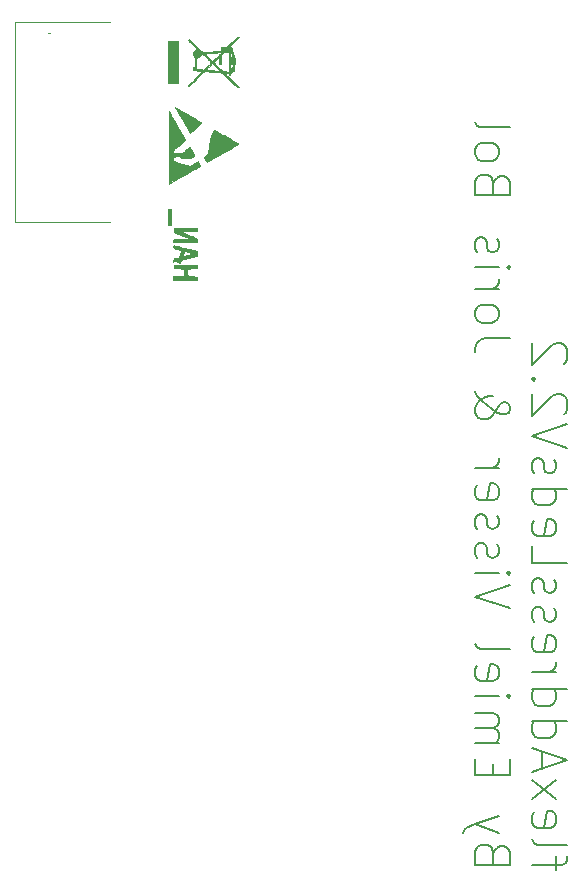
<source format=gbr>
%TF.GenerationSoftware,KiCad,Pcbnew,7.0.9*%
%TF.CreationDate,2023-12-22T09:19:41+01:00*%
%TF.ProjectId,flexAddressLedsV2,666c6578-4164-4647-9265-73734c656473,rev?*%
%TF.SameCoordinates,Original*%
%TF.FileFunction,Legend,Bot*%
%TF.FilePolarity,Positive*%
%FSLAX46Y46*%
G04 Gerber Fmt 4.6, Leading zero omitted, Abs format (unit mm)*
G04 Created by KiCad (PCBNEW 7.0.9) date 2023-12-22 09:19:41*
%MOMM*%
%LPD*%
G01*
G04 APERTURE LIST*
%ADD10C,0.150000*%
%ADD11C,0.120000*%
%ADD12C,0.100000*%
%ADD13C,0.010000*%
G04 APERTURE END LIST*
D10*
X145329942Y-134065601D02*
X145329942Y-132922744D01*
X143329942Y-133637030D02*
X145901371Y-133637030D01*
X145901371Y-133637030D02*
X146187085Y-133494173D01*
X146187085Y-133494173D02*
X146329942Y-133208458D01*
X146329942Y-133208458D02*
X146329942Y-132922744D01*
X143329942Y-131494172D02*
X143472800Y-131779887D01*
X143472800Y-131779887D02*
X143758514Y-131922744D01*
X143758514Y-131922744D02*
X146329942Y-131922744D01*
X143472800Y-129208458D02*
X143329942Y-129494172D01*
X143329942Y-129494172D02*
X143329942Y-130065601D01*
X143329942Y-130065601D02*
X143472800Y-130351315D01*
X143472800Y-130351315D02*
X143758514Y-130494172D01*
X143758514Y-130494172D02*
X144901371Y-130494172D01*
X144901371Y-130494172D02*
X145187085Y-130351315D01*
X145187085Y-130351315D02*
X145329942Y-130065601D01*
X145329942Y-130065601D02*
X145329942Y-129494172D01*
X145329942Y-129494172D02*
X145187085Y-129208458D01*
X145187085Y-129208458D02*
X144901371Y-129065601D01*
X144901371Y-129065601D02*
X144615657Y-129065601D01*
X144615657Y-129065601D02*
X144329942Y-130494172D01*
X143329942Y-128065600D02*
X145329942Y-126494172D01*
X145329942Y-128065600D02*
X143329942Y-126494172D01*
X144187085Y-125494172D02*
X144187085Y-124065601D01*
X143329942Y-125779886D02*
X146329942Y-124779886D01*
X146329942Y-124779886D02*
X143329942Y-123779886D01*
X143329942Y-121494172D02*
X146329942Y-121494172D01*
X143472800Y-121494172D02*
X143329942Y-121779886D01*
X143329942Y-121779886D02*
X143329942Y-122351314D01*
X143329942Y-122351314D02*
X143472800Y-122637029D01*
X143472800Y-122637029D02*
X143615657Y-122779886D01*
X143615657Y-122779886D02*
X143901371Y-122922743D01*
X143901371Y-122922743D02*
X144758514Y-122922743D01*
X144758514Y-122922743D02*
X145044228Y-122779886D01*
X145044228Y-122779886D02*
X145187085Y-122637029D01*
X145187085Y-122637029D02*
X145329942Y-122351314D01*
X145329942Y-122351314D02*
X145329942Y-121779886D01*
X145329942Y-121779886D02*
X145187085Y-121494172D01*
X143329942Y-118779886D02*
X146329942Y-118779886D01*
X143472800Y-118779886D02*
X143329942Y-119065600D01*
X143329942Y-119065600D02*
X143329942Y-119637028D01*
X143329942Y-119637028D02*
X143472800Y-119922743D01*
X143472800Y-119922743D02*
X143615657Y-120065600D01*
X143615657Y-120065600D02*
X143901371Y-120208457D01*
X143901371Y-120208457D02*
X144758514Y-120208457D01*
X144758514Y-120208457D02*
X145044228Y-120065600D01*
X145044228Y-120065600D02*
X145187085Y-119922743D01*
X145187085Y-119922743D02*
X145329942Y-119637028D01*
X145329942Y-119637028D02*
X145329942Y-119065600D01*
X145329942Y-119065600D02*
X145187085Y-118779886D01*
X143329942Y-117351314D02*
X145329942Y-117351314D01*
X144758514Y-117351314D02*
X145044228Y-117208457D01*
X145044228Y-117208457D02*
X145187085Y-117065600D01*
X145187085Y-117065600D02*
X145329942Y-116779885D01*
X145329942Y-116779885D02*
X145329942Y-116494171D01*
X143472800Y-114351314D02*
X143329942Y-114637028D01*
X143329942Y-114637028D02*
X143329942Y-115208457D01*
X143329942Y-115208457D02*
X143472800Y-115494171D01*
X143472800Y-115494171D02*
X143758514Y-115637028D01*
X143758514Y-115637028D02*
X144901371Y-115637028D01*
X144901371Y-115637028D02*
X145187085Y-115494171D01*
X145187085Y-115494171D02*
X145329942Y-115208457D01*
X145329942Y-115208457D02*
X145329942Y-114637028D01*
X145329942Y-114637028D02*
X145187085Y-114351314D01*
X145187085Y-114351314D02*
X144901371Y-114208457D01*
X144901371Y-114208457D02*
X144615657Y-114208457D01*
X144615657Y-114208457D02*
X144329942Y-115637028D01*
X143472800Y-113065599D02*
X143329942Y-112779885D01*
X143329942Y-112779885D02*
X143329942Y-112208456D01*
X143329942Y-112208456D02*
X143472800Y-111922742D01*
X143472800Y-111922742D02*
X143758514Y-111779885D01*
X143758514Y-111779885D02*
X143901371Y-111779885D01*
X143901371Y-111779885D02*
X144187085Y-111922742D01*
X144187085Y-111922742D02*
X144329942Y-112208456D01*
X144329942Y-112208456D02*
X144329942Y-112637028D01*
X144329942Y-112637028D02*
X144472800Y-112922742D01*
X144472800Y-112922742D02*
X144758514Y-113065599D01*
X144758514Y-113065599D02*
X144901371Y-113065599D01*
X144901371Y-113065599D02*
X145187085Y-112922742D01*
X145187085Y-112922742D02*
X145329942Y-112637028D01*
X145329942Y-112637028D02*
X145329942Y-112208456D01*
X145329942Y-112208456D02*
X145187085Y-111922742D01*
X143472800Y-110637028D02*
X143329942Y-110351314D01*
X143329942Y-110351314D02*
X143329942Y-109779885D01*
X143329942Y-109779885D02*
X143472800Y-109494171D01*
X143472800Y-109494171D02*
X143758514Y-109351314D01*
X143758514Y-109351314D02*
X143901371Y-109351314D01*
X143901371Y-109351314D02*
X144187085Y-109494171D01*
X144187085Y-109494171D02*
X144329942Y-109779885D01*
X144329942Y-109779885D02*
X144329942Y-110208457D01*
X144329942Y-110208457D02*
X144472800Y-110494171D01*
X144472800Y-110494171D02*
X144758514Y-110637028D01*
X144758514Y-110637028D02*
X144901371Y-110637028D01*
X144901371Y-110637028D02*
X145187085Y-110494171D01*
X145187085Y-110494171D02*
X145329942Y-110208457D01*
X145329942Y-110208457D02*
X145329942Y-109779885D01*
X145329942Y-109779885D02*
X145187085Y-109494171D01*
X143329942Y-106637028D02*
X143329942Y-108065600D01*
X143329942Y-108065600D02*
X146329942Y-108065600D01*
X143472800Y-104494172D02*
X143329942Y-104779886D01*
X143329942Y-104779886D02*
X143329942Y-105351315D01*
X143329942Y-105351315D02*
X143472800Y-105637029D01*
X143472800Y-105637029D02*
X143758514Y-105779886D01*
X143758514Y-105779886D02*
X144901371Y-105779886D01*
X144901371Y-105779886D02*
X145187085Y-105637029D01*
X145187085Y-105637029D02*
X145329942Y-105351315D01*
X145329942Y-105351315D02*
X145329942Y-104779886D01*
X145329942Y-104779886D02*
X145187085Y-104494172D01*
X145187085Y-104494172D02*
X144901371Y-104351315D01*
X144901371Y-104351315D02*
X144615657Y-104351315D01*
X144615657Y-104351315D02*
X144329942Y-105779886D01*
X143329942Y-101779886D02*
X146329942Y-101779886D01*
X143472800Y-101779886D02*
X143329942Y-102065600D01*
X143329942Y-102065600D02*
X143329942Y-102637028D01*
X143329942Y-102637028D02*
X143472800Y-102922743D01*
X143472800Y-102922743D02*
X143615657Y-103065600D01*
X143615657Y-103065600D02*
X143901371Y-103208457D01*
X143901371Y-103208457D02*
X144758514Y-103208457D01*
X144758514Y-103208457D02*
X145044228Y-103065600D01*
X145044228Y-103065600D02*
X145187085Y-102922743D01*
X145187085Y-102922743D02*
X145329942Y-102637028D01*
X145329942Y-102637028D02*
X145329942Y-102065600D01*
X145329942Y-102065600D02*
X145187085Y-101779886D01*
X143472800Y-100494171D02*
X143329942Y-100208457D01*
X143329942Y-100208457D02*
X143329942Y-99637028D01*
X143329942Y-99637028D02*
X143472800Y-99351314D01*
X143472800Y-99351314D02*
X143758514Y-99208457D01*
X143758514Y-99208457D02*
X143901371Y-99208457D01*
X143901371Y-99208457D02*
X144187085Y-99351314D01*
X144187085Y-99351314D02*
X144329942Y-99637028D01*
X144329942Y-99637028D02*
X144329942Y-100065600D01*
X144329942Y-100065600D02*
X144472800Y-100351314D01*
X144472800Y-100351314D02*
X144758514Y-100494171D01*
X144758514Y-100494171D02*
X144901371Y-100494171D01*
X144901371Y-100494171D02*
X145187085Y-100351314D01*
X145187085Y-100351314D02*
X145329942Y-100065600D01*
X145329942Y-100065600D02*
X145329942Y-99637028D01*
X145329942Y-99637028D02*
X145187085Y-99351314D01*
X146329942Y-98351314D02*
X143329942Y-97351314D01*
X143329942Y-97351314D02*
X146329942Y-96351314D01*
X146044228Y-95494171D02*
X146187085Y-95351314D01*
X146187085Y-95351314D02*
X146329942Y-95065600D01*
X146329942Y-95065600D02*
X146329942Y-94351314D01*
X146329942Y-94351314D02*
X146187085Y-94065600D01*
X146187085Y-94065600D02*
X146044228Y-93922742D01*
X146044228Y-93922742D02*
X145758514Y-93779885D01*
X145758514Y-93779885D02*
X145472800Y-93779885D01*
X145472800Y-93779885D02*
X145044228Y-93922742D01*
X145044228Y-93922742D02*
X143329942Y-95637028D01*
X143329942Y-95637028D02*
X143329942Y-93779885D01*
X143615657Y-92494171D02*
X143472800Y-92351314D01*
X143472800Y-92351314D02*
X143329942Y-92494171D01*
X143329942Y-92494171D02*
X143472800Y-92637028D01*
X143472800Y-92637028D02*
X143615657Y-92494171D01*
X143615657Y-92494171D02*
X143329942Y-92494171D01*
X146044228Y-91208457D02*
X146187085Y-91065600D01*
X146187085Y-91065600D02*
X146329942Y-90779886D01*
X146329942Y-90779886D02*
X146329942Y-90065600D01*
X146329942Y-90065600D02*
X146187085Y-89779886D01*
X146187085Y-89779886D02*
X146044228Y-89637028D01*
X146044228Y-89637028D02*
X145758514Y-89494171D01*
X145758514Y-89494171D02*
X145472800Y-89494171D01*
X145472800Y-89494171D02*
X145044228Y-89637028D01*
X145044228Y-89637028D02*
X143329942Y-91351314D01*
X143329942Y-91351314D02*
X143329942Y-89494171D01*
X140071371Y-132637030D02*
X139928514Y-132208458D01*
X139928514Y-132208458D02*
X139785657Y-132065601D01*
X139785657Y-132065601D02*
X139499942Y-131922744D01*
X139499942Y-131922744D02*
X139071371Y-131922744D01*
X139071371Y-131922744D02*
X138785657Y-132065601D01*
X138785657Y-132065601D02*
X138642800Y-132208458D01*
X138642800Y-132208458D02*
X138499942Y-132494173D01*
X138499942Y-132494173D02*
X138499942Y-133637030D01*
X138499942Y-133637030D02*
X141499942Y-133637030D01*
X141499942Y-133637030D02*
X141499942Y-132637030D01*
X141499942Y-132637030D02*
X141357085Y-132351316D01*
X141357085Y-132351316D02*
X141214228Y-132208458D01*
X141214228Y-132208458D02*
X140928514Y-132065601D01*
X140928514Y-132065601D02*
X140642800Y-132065601D01*
X140642800Y-132065601D02*
X140357085Y-132208458D01*
X140357085Y-132208458D02*
X140214228Y-132351316D01*
X140214228Y-132351316D02*
X140071371Y-132637030D01*
X140071371Y-132637030D02*
X140071371Y-133637030D01*
X140499942Y-130922744D02*
X138499942Y-130208458D01*
X140499942Y-129494173D02*
X138499942Y-130208458D01*
X138499942Y-130208458D02*
X137785657Y-130494173D01*
X137785657Y-130494173D02*
X137642800Y-130637030D01*
X137642800Y-130637030D02*
X137499942Y-130922744D01*
X140071371Y-126065602D02*
X140071371Y-125065602D01*
X138499942Y-124637030D02*
X138499942Y-126065602D01*
X138499942Y-126065602D02*
X141499942Y-126065602D01*
X141499942Y-126065602D02*
X141499942Y-124637030D01*
X138499942Y-123351316D02*
X140499942Y-123351316D01*
X140214228Y-123351316D02*
X140357085Y-123208459D01*
X140357085Y-123208459D02*
X140499942Y-122922744D01*
X140499942Y-122922744D02*
X140499942Y-122494173D01*
X140499942Y-122494173D02*
X140357085Y-122208459D01*
X140357085Y-122208459D02*
X140071371Y-122065602D01*
X140071371Y-122065602D02*
X138499942Y-122065602D01*
X140071371Y-122065602D02*
X140357085Y-121922744D01*
X140357085Y-121922744D02*
X140499942Y-121637030D01*
X140499942Y-121637030D02*
X140499942Y-121208459D01*
X140499942Y-121208459D02*
X140357085Y-120922744D01*
X140357085Y-120922744D02*
X140071371Y-120779887D01*
X140071371Y-120779887D02*
X138499942Y-120779887D01*
X138499942Y-119351316D02*
X140499942Y-119351316D01*
X141499942Y-119351316D02*
X141357085Y-119494173D01*
X141357085Y-119494173D02*
X141214228Y-119351316D01*
X141214228Y-119351316D02*
X141357085Y-119208459D01*
X141357085Y-119208459D02*
X141499942Y-119351316D01*
X141499942Y-119351316D02*
X141214228Y-119351316D01*
X138642800Y-116779888D02*
X138499942Y-117065602D01*
X138499942Y-117065602D02*
X138499942Y-117637031D01*
X138499942Y-117637031D02*
X138642800Y-117922745D01*
X138642800Y-117922745D02*
X138928514Y-118065602D01*
X138928514Y-118065602D02*
X140071371Y-118065602D01*
X140071371Y-118065602D02*
X140357085Y-117922745D01*
X140357085Y-117922745D02*
X140499942Y-117637031D01*
X140499942Y-117637031D02*
X140499942Y-117065602D01*
X140499942Y-117065602D02*
X140357085Y-116779888D01*
X140357085Y-116779888D02*
X140071371Y-116637031D01*
X140071371Y-116637031D02*
X139785657Y-116637031D01*
X139785657Y-116637031D02*
X139499942Y-118065602D01*
X138499942Y-114922744D02*
X138642800Y-115208459D01*
X138642800Y-115208459D02*
X138928514Y-115351316D01*
X138928514Y-115351316D02*
X141499942Y-115351316D01*
X141499942Y-111922744D02*
X138499942Y-110922744D01*
X138499942Y-110922744D02*
X141499942Y-109922744D01*
X138499942Y-108922744D02*
X140499942Y-108922744D01*
X141499942Y-108922744D02*
X141357085Y-109065601D01*
X141357085Y-109065601D02*
X141214228Y-108922744D01*
X141214228Y-108922744D02*
X141357085Y-108779887D01*
X141357085Y-108779887D02*
X141499942Y-108922744D01*
X141499942Y-108922744D02*
X141214228Y-108922744D01*
X138642800Y-107637030D02*
X138499942Y-107351316D01*
X138499942Y-107351316D02*
X138499942Y-106779887D01*
X138499942Y-106779887D02*
X138642800Y-106494173D01*
X138642800Y-106494173D02*
X138928514Y-106351316D01*
X138928514Y-106351316D02*
X139071371Y-106351316D01*
X139071371Y-106351316D02*
X139357085Y-106494173D01*
X139357085Y-106494173D02*
X139499942Y-106779887D01*
X139499942Y-106779887D02*
X139499942Y-107208459D01*
X139499942Y-107208459D02*
X139642800Y-107494173D01*
X139642800Y-107494173D02*
X139928514Y-107637030D01*
X139928514Y-107637030D02*
X140071371Y-107637030D01*
X140071371Y-107637030D02*
X140357085Y-107494173D01*
X140357085Y-107494173D02*
X140499942Y-107208459D01*
X140499942Y-107208459D02*
X140499942Y-106779887D01*
X140499942Y-106779887D02*
X140357085Y-106494173D01*
X138642800Y-105208459D02*
X138499942Y-104922745D01*
X138499942Y-104922745D02*
X138499942Y-104351316D01*
X138499942Y-104351316D02*
X138642800Y-104065602D01*
X138642800Y-104065602D02*
X138928514Y-103922745D01*
X138928514Y-103922745D02*
X139071371Y-103922745D01*
X139071371Y-103922745D02*
X139357085Y-104065602D01*
X139357085Y-104065602D02*
X139499942Y-104351316D01*
X139499942Y-104351316D02*
X139499942Y-104779888D01*
X139499942Y-104779888D02*
X139642800Y-105065602D01*
X139642800Y-105065602D02*
X139928514Y-105208459D01*
X139928514Y-105208459D02*
X140071371Y-105208459D01*
X140071371Y-105208459D02*
X140357085Y-105065602D01*
X140357085Y-105065602D02*
X140499942Y-104779888D01*
X140499942Y-104779888D02*
X140499942Y-104351316D01*
X140499942Y-104351316D02*
X140357085Y-104065602D01*
X138642800Y-101494174D02*
X138499942Y-101779888D01*
X138499942Y-101779888D02*
X138499942Y-102351317D01*
X138499942Y-102351317D02*
X138642800Y-102637031D01*
X138642800Y-102637031D02*
X138928514Y-102779888D01*
X138928514Y-102779888D02*
X140071371Y-102779888D01*
X140071371Y-102779888D02*
X140357085Y-102637031D01*
X140357085Y-102637031D02*
X140499942Y-102351317D01*
X140499942Y-102351317D02*
X140499942Y-101779888D01*
X140499942Y-101779888D02*
X140357085Y-101494174D01*
X140357085Y-101494174D02*
X140071371Y-101351317D01*
X140071371Y-101351317D02*
X139785657Y-101351317D01*
X139785657Y-101351317D02*
X139499942Y-102779888D01*
X138499942Y-100065602D02*
X140499942Y-100065602D01*
X139928514Y-100065602D02*
X140214228Y-99922745D01*
X140214228Y-99922745D02*
X140357085Y-99779888D01*
X140357085Y-99779888D02*
X140499942Y-99494173D01*
X140499942Y-99494173D02*
X140499942Y-99208459D01*
X138499942Y-93494173D02*
X138499942Y-93637031D01*
X138499942Y-93637031D02*
X138642800Y-93922745D01*
X138642800Y-93922745D02*
X139071371Y-94351316D01*
X139071371Y-94351316D02*
X139928514Y-95065602D01*
X139928514Y-95065602D02*
X140357085Y-95351316D01*
X140357085Y-95351316D02*
X140785657Y-95494173D01*
X140785657Y-95494173D02*
X141071371Y-95494173D01*
X141071371Y-95494173D02*
X141357085Y-95351316D01*
X141357085Y-95351316D02*
X141499942Y-95065602D01*
X141499942Y-95065602D02*
X141499942Y-94922745D01*
X141499942Y-94922745D02*
X141357085Y-94637031D01*
X141357085Y-94637031D02*
X141071371Y-94494173D01*
X141071371Y-94494173D02*
X140928514Y-94494173D01*
X140928514Y-94494173D02*
X140642800Y-94637031D01*
X140642800Y-94637031D02*
X140499942Y-94779888D01*
X140499942Y-94779888D02*
X139928514Y-95637031D01*
X139928514Y-95637031D02*
X139785657Y-95779888D01*
X139785657Y-95779888D02*
X139499942Y-95922745D01*
X139499942Y-95922745D02*
X139071371Y-95922745D01*
X139071371Y-95922745D02*
X138785657Y-95779888D01*
X138785657Y-95779888D02*
X138642800Y-95637031D01*
X138642800Y-95637031D02*
X138499942Y-95351316D01*
X138499942Y-95351316D02*
X138499942Y-94922745D01*
X138499942Y-94922745D02*
X138642800Y-94637031D01*
X138642800Y-94637031D02*
X138785657Y-94494173D01*
X138785657Y-94494173D02*
X139357085Y-94065602D01*
X139357085Y-94065602D02*
X139785657Y-93922745D01*
X139785657Y-93922745D02*
X140071371Y-93922745D01*
X141499942Y-89065602D02*
X139357085Y-89065602D01*
X139357085Y-89065602D02*
X138928514Y-89208459D01*
X138928514Y-89208459D02*
X138642800Y-89494173D01*
X138642800Y-89494173D02*
X138499942Y-89922745D01*
X138499942Y-89922745D02*
X138499942Y-90208459D01*
X138499942Y-87208459D02*
X138642800Y-87494174D01*
X138642800Y-87494174D02*
X138785657Y-87637031D01*
X138785657Y-87637031D02*
X139071371Y-87779888D01*
X139071371Y-87779888D02*
X139928514Y-87779888D01*
X139928514Y-87779888D02*
X140214228Y-87637031D01*
X140214228Y-87637031D02*
X140357085Y-87494174D01*
X140357085Y-87494174D02*
X140499942Y-87208459D01*
X140499942Y-87208459D02*
X140499942Y-86779888D01*
X140499942Y-86779888D02*
X140357085Y-86494174D01*
X140357085Y-86494174D02*
X140214228Y-86351317D01*
X140214228Y-86351317D02*
X139928514Y-86208459D01*
X139928514Y-86208459D02*
X139071371Y-86208459D01*
X139071371Y-86208459D02*
X138785657Y-86351317D01*
X138785657Y-86351317D02*
X138642800Y-86494174D01*
X138642800Y-86494174D02*
X138499942Y-86779888D01*
X138499942Y-86779888D02*
X138499942Y-87208459D01*
X138499942Y-84922745D02*
X140499942Y-84922745D01*
X139928514Y-84922745D02*
X140214228Y-84779888D01*
X140214228Y-84779888D02*
X140357085Y-84637031D01*
X140357085Y-84637031D02*
X140499942Y-84351316D01*
X140499942Y-84351316D02*
X140499942Y-84065602D01*
X138499942Y-83065602D02*
X140499942Y-83065602D01*
X141499942Y-83065602D02*
X141357085Y-83208459D01*
X141357085Y-83208459D02*
X141214228Y-83065602D01*
X141214228Y-83065602D02*
X141357085Y-82922745D01*
X141357085Y-82922745D02*
X141499942Y-83065602D01*
X141499942Y-83065602D02*
X141214228Y-83065602D01*
X138642800Y-81779888D02*
X138499942Y-81494174D01*
X138499942Y-81494174D02*
X138499942Y-80922745D01*
X138499942Y-80922745D02*
X138642800Y-80637031D01*
X138642800Y-80637031D02*
X138928514Y-80494174D01*
X138928514Y-80494174D02*
X139071371Y-80494174D01*
X139071371Y-80494174D02*
X139357085Y-80637031D01*
X139357085Y-80637031D02*
X139499942Y-80922745D01*
X139499942Y-80922745D02*
X139499942Y-81351317D01*
X139499942Y-81351317D02*
X139642800Y-81637031D01*
X139642800Y-81637031D02*
X139928514Y-81779888D01*
X139928514Y-81779888D02*
X140071371Y-81779888D01*
X140071371Y-81779888D02*
X140357085Y-81637031D01*
X140357085Y-81637031D02*
X140499942Y-81351317D01*
X140499942Y-81351317D02*
X140499942Y-80922745D01*
X140499942Y-80922745D02*
X140357085Y-80637031D01*
X140071371Y-75922746D02*
X139928514Y-75494174D01*
X139928514Y-75494174D02*
X139785657Y-75351317D01*
X139785657Y-75351317D02*
X139499942Y-75208460D01*
X139499942Y-75208460D02*
X139071371Y-75208460D01*
X139071371Y-75208460D02*
X138785657Y-75351317D01*
X138785657Y-75351317D02*
X138642800Y-75494174D01*
X138642800Y-75494174D02*
X138499942Y-75779889D01*
X138499942Y-75779889D02*
X138499942Y-76922746D01*
X138499942Y-76922746D02*
X141499942Y-76922746D01*
X141499942Y-76922746D02*
X141499942Y-75922746D01*
X141499942Y-75922746D02*
X141357085Y-75637032D01*
X141357085Y-75637032D02*
X141214228Y-75494174D01*
X141214228Y-75494174D02*
X140928514Y-75351317D01*
X140928514Y-75351317D02*
X140642800Y-75351317D01*
X140642800Y-75351317D02*
X140357085Y-75494174D01*
X140357085Y-75494174D02*
X140214228Y-75637032D01*
X140214228Y-75637032D02*
X140071371Y-75922746D01*
X140071371Y-75922746D02*
X140071371Y-76922746D01*
X138499942Y-73494174D02*
X138642800Y-73779889D01*
X138642800Y-73779889D02*
X138785657Y-73922746D01*
X138785657Y-73922746D02*
X139071371Y-74065603D01*
X139071371Y-74065603D02*
X139928514Y-74065603D01*
X139928514Y-74065603D02*
X140214228Y-73922746D01*
X140214228Y-73922746D02*
X140357085Y-73779889D01*
X140357085Y-73779889D02*
X140499942Y-73494174D01*
X140499942Y-73494174D02*
X140499942Y-73065603D01*
X140499942Y-73065603D02*
X140357085Y-72779889D01*
X140357085Y-72779889D02*
X140214228Y-72637032D01*
X140214228Y-72637032D02*
X139928514Y-72494174D01*
X139928514Y-72494174D02*
X139071371Y-72494174D01*
X139071371Y-72494174D02*
X138785657Y-72637032D01*
X138785657Y-72637032D02*
X138642800Y-72779889D01*
X138642800Y-72779889D02*
X138499942Y-73065603D01*
X138499942Y-73065603D02*
X138499942Y-73494174D01*
X138499942Y-70779888D02*
X138642800Y-71065603D01*
X138642800Y-71065603D02*
X138928514Y-71208460D01*
X138928514Y-71208460D02*
X141499942Y-71208460D01*
D11*
%TO.C,J1*%
X107625000Y-62250000D02*
X99525000Y-62250000D01*
X99525000Y-62250000D02*
X99525000Y-79245000D01*
D12*
X102473000Y-63200000D02*
X102523000Y-63250000D01*
X102423000Y-63250000D02*
X102423000Y-63250000D01*
D11*
X99525000Y-79245000D02*
X107625000Y-79245000D01*
D12*
X102423000Y-63250000D02*
G75*
G03*
X102523000Y-63250000I50000J0D01*
G01*
X102523000Y-63250000D02*
G75*
G03*
X102423000Y-63250000I-50000J0D01*
G01*
%TO.C,REF\u002A\u002A*%
D13*
X113129169Y-69516075D02*
X113152670Y-69527493D01*
X113190214Y-69548493D01*
X113212436Y-69561376D01*
X113259827Y-69588772D01*
X113329623Y-69629087D01*
X113419556Y-69681009D01*
X113527358Y-69743231D01*
X113650760Y-69814443D01*
X113787494Y-69893335D01*
X113935291Y-69978598D01*
X114091883Y-70068924D01*
X114255000Y-70163002D01*
X114414677Y-70255121D01*
X114569813Y-70344680D01*
X114715588Y-70428893D01*
X114849817Y-70506497D01*
X114970315Y-70576225D01*
X115074898Y-70636814D01*
X115161381Y-70686998D01*
X115227579Y-70725512D01*
X115271307Y-70751092D01*
X115290381Y-70762472D01*
X115326799Y-70785820D01*
X115282637Y-70832836D01*
X115268968Y-70847023D01*
X115227281Y-70888392D01*
X115170528Y-70943107D01*
X115101603Y-71008510D01*
X115023401Y-71081943D01*
X114938818Y-71160746D01*
X114850747Y-71242260D01*
X114762084Y-71323827D01*
X114675724Y-71402788D01*
X114594561Y-71476483D01*
X114521490Y-71542254D01*
X114459406Y-71597441D01*
X114411205Y-71639386D01*
X114379780Y-71665431D01*
X114368026Y-71672915D01*
X114366728Y-71670346D01*
X114353022Y-71645785D01*
X114325387Y-71597204D01*
X114285002Y-71526652D01*
X114233045Y-71436173D01*
X114170695Y-71327815D01*
X114099129Y-71203624D01*
X114019525Y-71065645D01*
X113933062Y-70915926D01*
X113840917Y-70756513D01*
X113744268Y-70589451D01*
X113708133Y-70527008D01*
X113613194Y-70362883D01*
X113523286Y-70207358D01*
X113439576Y-70062454D01*
X113363229Y-69930195D01*
X113295411Y-69812604D01*
X113237289Y-69711702D01*
X113190029Y-69629513D01*
X113154797Y-69568059D01*
X113132758Y-69529364D01*
X113125080Y-69515449D01*
X113129169Y-69516075D01*
G36*
X113129169Y-69516075D02*
G01*
X113152670Y-69527493D01*
X113190214Y-69548493D01*
X113212436Y-69561376D01*
X113259827Y-69588772D01*
X113329623Y-69629087D01*
X113419556Y-69681009D01*
X113527358Y-69743231D01*
X113650760Y-69814443D01*
X113787494Y-69893335D01*
X113935291Y-69978598D01*
X114091883Y-70068924D01*
X114255000Y-70163002D01*
X114414677Y-70255121D01*
X114569813Y-70344680D01*
X114715588Y-70428893D01*
X114849817Y-70506497D01*
X114970315Y-70576225D01*
X115074898Y-70636814D01*
X115161381Y-70686998D01*
X115227579Y-70725512D01*
X115271307Y-70751092D01*
X115290381Y-70762472D01*
X115326799Y-70785820D01*
X115282637Y-70832836D01*
X115268968Y-70847023D01*
X115227281Y-70888392D01*
X115170528Y-70943107D01*
X115101603Y-71008510D01*
X115023401Y-71081943D01*
X114938818Y-71160746D01*
X114850747Y-71242260D01*
X114762084Y-71323827D01*
X114675724Y-71402788D01*
X114594561Y-71476483D01*
X114521490Y-71542254D01*
X114459406Y-71597441D01*
X114411205Y-71639386D01*
X114379780Y-71665431D01*
X114368026Y-71672915D01*
X114366728Y-71670346D01*
X114353022Y-71645785D01*
X114325387Y-71597204D01*
X114285002Y-71526652D01*
X114233045Y-71436173D01*
X114170695Y-71327815D01*
X114099129Y-71203624D01*
X114019525Y-71065645D01*
X113933062Y-70915926D01*
X113840917Y-70756513D01*
X113744268Y-70589451D01*
X113708133Y-70527008D01*
X113613194Y-70362883D01*
X113523286Y-70207358D01*
X113439576Y-70062454D01*
X113363229Y-69930195D01*
X113295411Y-69812604D01*
X113237289Y-69711702D01*
X113190029Y-69629513D01*
X113154797Y-69568059D01*
X113132758Y-69529364D01*
X113125080Y-69515449D01*
X113129169Y-69516075D01*
G37*
X116412630Y-71418446D02*
X116434138Y-71429280D01*
X116479178Y-71453845D01*
X116545228Y-71490685D01*
X116629767Y-71538347D01*
X116730273Y-71595376D01*
X116844224Y-71660318D01*
X116969099Y-71731719D01*
X117102376Y-71808124D01*
X117241533Y-71888079D01*
X117384049Y-71970130D01*
X117527402Y-72052822D01*
X117669070Y-72134701D01*
X117806532Y-72214313D01*
X117937266Y-72290204D01*
X118058750Y-72360919D01*
X118168462Y-72425004D01*
X118263882Y-72481004D01*
X118342486Y-72527466D01*
X118401755Y-72562935D01*
X118439165Y-72585957D01*
X118452195Y-72595077D01*
X118451825Y-72595560D01*
X118434489Y-72607093D01*
X118392838Y-72632500D01*
X118329089Y-72670507D01*
X118245455Y-72719837D01*
X118144151Y-72779213D01*
X118027391Y-72847359D01*
X117897392Y-72923000D01*
X117756367Y-73004859D01*
X117606532Y-73091660D01*
X117450100Y-73182126D01*
X117289287Y-73274982D01*
X117126307Y-73368951D01*
X116963376Y-73462757D01*
X116802708Y-73555124D01*
X116646518Y-73644776D01*
X116497020Y-73730436D01*
X116356429Y-73810828D01*
X116226960Y-73884677D01*
X116110828Y-73950705D01*
X116010248Y-74007637D01*
X115927433Y-74054197D01*
X115864600Y-74089108D01*
X115823963Y-74111094D01*
X115807736Y-74118879D01*
X115807612Y-74118887D01*
X115790584Y-74106333D01*
X115761721Y-74070258D01*
X115723753Y-74014417D01*
X115679413Y-73942561D01*
X115651048Y-73894373D01*
X115611604Y-73825032D01*
X115586746Y-73776734D01*
X115575076Y-73746242D01*
X115575194Y-73730320D01*
X115585703Y-73725732D01*
X115587417Y-73725382D01*
X115608318Y-73712268D01*
X115643861Y-73684000D01*
X115687417Y-73645786D01*
X115706125Y-73628155D01*
X115756488Y-73573482D01*
X115799535Y-73513022D01*
X115836527Y-73443182D01*
X115868727Y-73360370D01*
X115897398Y-73260992D01*
X115923802Y-73141455D01*
X115949200Y-72998166D01*
X115974855Y-72827531D01*
X116003773Y-72631134D01*
X116034827Y-72441274D01*
X116065956Y-72275260D01*
X116098058Y-72129382D01*
X116132031Y-71999927D01*
X116168774Y-71883183D01*
X116209183Y-71775440D01*
X116254157Y-71672985D01*
X116291246Y-71597688D01*
X116330275Y-71525765D01*
X116365118Y-71468886D01*
X116393035Y-71431499D01*
X116411286Y-71418049D01*
X116412630Y-71418446D01*
G36*
X116412630Y-71418446D02*
G01*
X116434138Y-71429280D01*
X116479178Y-71453845D01*
X116545228Y-71490685D01*
X116629767Y-71538347D01*
X116730273Y-71595376D01*
X116844224Y-71660318D01*
X116969099Y-71731719D01*
X117102376Y-71808124D01*
X117241533Y-71888079D01*
X117384049Y-71970130D01*
X117527402Y-72052822D01*
X117669070Y-72134701D01*
X117806532Y-72214313D01*
X117937266Y-72290204D01*
X118058750Y-72360919D01*
X118168462Y-72425004D01*
X118263882Y-72481004D01*
X118342486Y-72527466D01*
X118401755Y-72562935D01*
X118439165Y-72585957D01*
X118452195Y-72595077D01*
X118451825Y-72595560D01*
X118434489Y-72607093D01*
X118392838Y-72632500D01*
X118329089Y-72670507D01*
X118245455Y-72719837D01*
X118144151Y-72779213D01*
X118027391Y-72847359D01*
X117897392Y-72923000D01*
X117756367Y-73004859D01*
X117606532Y-73091660D01*
X117450100Y-73182126D01*
X117289287Y-73274982D01*
X117126307Y-73368951D01*
X116963376Y-73462757D01*
X116802708Y-73555124D01*
X116646518Y-73644776D01*
X116497020Y-73730436D01*
X116356429Y-73810828D01*
X116226960Y-73884677D01*
X116110828Y-73950705D01*
X116010248Y-74007637D01*
X115927433Y-74054197D01*
X115864600Y-74089108D01*
X115823963Y-74111094D01*
X115807736Y-74118879D01*
X115807612Y-74118887D01*
X115790584Y-74106333D01*
X115761721Y-74070258D01*
X115723753Y-74014417D01*
X115679413Y-73942561D01*
X115651048Y-73894373D01*
X115611604Y-73825032D01*
X115586746Y-73776734D01*
X115575076Y-73746242D01*
X115575194Y-73730320D01*
X115585703Y-73725732D01*
X115587417Y-73725382D01*
X115608318Y-73712268D01*
X115643861Y-73684000D01*
X115687417Y-73645786D01*
X115706125Y-73628155D01*
X115756488Y-73573482D01*
X115799535Y-73513022D01*
X115836527Y-73443182D01*
X115868727Y-73360370D01*
X115897398Y-73260992D01*
X115923802Y-73141455D01*
X115949200Y-72998166D01*
X115974855Y-72827531D01*
X116003773Y-72631134D01*
X116034827Y-72441274D01*
X116065956Y-72275260D01*
X116098058Y-72129382D01*
X116132031Y-71999927D01*
X116168774Y-71883183D01*
X116209183Y-71775440D01*
X116254157Y-71672985D01*
X116291246Y-71597688D01*
X116330275Y-71525765D01*
X116365118Y-71468886D01*
X116393035Y-71431499D01*
X116411286Y-71418049D01*
X116412630Y-71418446D01*
G37*
X112586696Y-69826054D02*
X112607917Y-69861311D01*
X112642080Y-69919221D01*
X112687829Y-69997430D01*
X112743810Y-70093583D01*
X112808667Y-70205323D01*
X112881046Y-70330296D01*
X112959591Y-70466146D01*
X113042946Y-70610518D01*
X113129757Y-70761056D01*
X113218668Y-70915405D01*
X113308324Y-71071210D01*
X113397371Y-71226116D01*
X113484452Y-71377766D01*
X113568212Y-71523806D01*
X113647297Y-71661881D01*
X113720351Y-71789634D01*
X113786019Y-71904711D01*
X113842946Y-72004756D01*
X113889776Y-72087414D01*
X113925154Y-72150329D01*
X113947726Y-72191147D01*
X113956136Y-72207511D01*
X113954051Y-72218189D01*
X113935092Y-72250358D01*
X113899968Y-72296221D01*
X113852331Y-72350740D01*
X113804644Y-72399845D01*
X113739684Y-72462389D01*
X113663845Y-72532368D01*
X113581302Y-72606196D01*
X113496232Y-72680285D01*
X113412810Y-72751048D01*
X113335211Y-72814898D01*
X113267611Y-72868247D01*
X113214186Y-72907509D01*
X113179111Y-72929095D01*
X113153495Y-72943506D01*
X113100484Y-72982643D01*
X113044088Y-73032958D01*
X112991538Y-73087276D01*
X112950070Y-73138424D01*
X112926914Y-73179227D01*
X112921562Y-73224292D01*
X112936355Y-73284426D01*
X112970274Y-73341579D01*
X113018947Y-73385933D01*
X113031575Y-73393613D01*
X113052257Y-73403392D01*
X113077146Y-73409765D01*
X113111591Y-73413142D01*
X113160938Y-73413931D01*
X113230536Y-73412541D01*
X113325732Y-73409381D01*
X113380798Y-73407116D01*
X113467883Y-73402304D01*
X113544101Y-73396625D01*
X113602751Y-73390608D01*
X113637134Y-73384783D01*
X113676412Y-73370679D01*
X113753760Y-73328866D01*
X113845409Y-73263895D01*
X113952433Y-73174970D01*
X114075910Y-73061300D01*
X114127934Y-73011972D01*
X114189304Y-72954938D01*
X114241335Y-72907864D01*
X114279734Y-72874624D01*
X114300204Y-72859089D01*
X114303454Y-72857492D01*
X114317447Y-72855577D01*
X114332961Y-72865145D01*
X114353341Y-72890115D01*
X114381929Y-72934406D01*
X114422068Y-73001938D01*
X114455578Y-73059347D01*
X114516877Y-73164992D01*
X114564491Y-73248171D01*
X114599967Y-73311678D01*
X114624851Y-73358306D01*
X114640687Y-73390850D01*
X114649023Y-73412104D01*
X114658272Y-73434097D01*
X114670693Y-73446951D01*
X114673622Y-73448154D01*
X114689916Y-73466961D01*
X114710902Y-73501335D01*
X114740190Y-73555719D01*
X114702808Y-73595874D01*
X114687664Y-73610057D01*
X114646507Y-73643055D01*
X114591555Y-73683346D01*
X114530469Y-73725182D01*
X114395511Y-73814336D01*
X114045638Y-73810837D01*
X113695765Y-73807339D01*
X113646267Y-73756393D01*
X113628621Y-73739274D01*
X113549340Y-73684376D01*
X113455065Y-73652330D01*
X113341220Y-73641412D01*
X113280221Y-73644123D01*
X113172622Y-73663261D01*
X113074417Y-73698141D01*
X112995618Y-73745742D01*
X112966886Y-73778795D01*
X112945063Y-73837549D01*
X112942546Y-73904061D01*
X112958172Y-73969816D01*
X112990780Y-74026301D01*
X113039207Y-74065003D01*
X113041832Y-74066270D01*
X113089775Y-74089663D01*
X113139878Y-74114439D01*
X113186913Y-74135472D01*
X113266190Y-74165644D01*
X113363928Y-74198932D01*
X113475772Y-74234179D01*
X113597366Y-74270229D01*
X113724355Y-74305925D01*
X113852384Y-74340110D01*
X113977098Y-74371627D01*
X114094141Y-74399320D01*
X114199157Y-74422032D01*
X114287791Y-74438606D01*
X114355688Y-74447885D01*
X114398493Y-74448714D01*
X114408218Y-74446847D01*
X114457444Y-74428658D01*
X114523301Y-74394907D01*
X114599835Y-74348555D01*
X114627415Y-74330764D01*
X114739878Y-74259282D01*
X114838228Y-74198520D01*
X114920168Y-74149817D01*
X114983395Y-74114514D01*
X115025610Y-74093952D01*
X115044513Y-74089469D01*
X115045180Y-74089988D01*
X115058795Y-74108545D01*
X115083681Y-74148202D01*
X115116524Y-74203526D01*
X115154012Y-74269084D01*
X115157124Y-74274626D01*
X115196288Y-74345807D01*
X115221264Y-74395381D01*
X115233842Y-74427906D01*
X115235811Y-74447942D01*
X115228960Y-74460047D01*
X115220375Y-74465802D01*
X115186654Y-74486365D01*
X115129800Y-74520179D01*
X115052032Y-74565950D01*
X114955568Y-74622383D01*
X114842629Y-74688184D01*
X114715432Y-74762058D01*
X114576197Y-74842711D01*
X114427143Y-74928848D01*
X114270488Y-75019175D01*
X114227479Y-75043947D01*
X114057425Y-75141900D01*
X113886246Y-75240509D01*
X113717438Y-75337760D01*
X113554497Y-75431638D01*
X113400918Y-75520131D01*
X113260199Y-75601222D01*
X113135834Y-75672898D01*
X113031320Y-75733144D01*
X112950153Y-75779947D01*
X112566829Y-76001030D01*
X112566829Y-72901076D01*
X112566841Y-72772921D01*
X112566958Y-72467500D01*
X112567198Y-72171432D01*
X112567556Y-71886159D01*
X112568024Y-71613123D01*
X112568597Y-71353765D01*
X112569268Y-71109527D01*
X112570032Y-70881849D01*
X112570881Y-70672174D01*
X112571811Y-70481943D01*
X112572814Y-70312597D01*
X112573885Y-70165578D01*
X112575017Y-70042327D01*
X112576204Y-69944286D01*
X112577441Y-69872896D01*
X112578720Y-69829598D01*
X112580037Y-69815835D01*
X112586696Y-69826054D01*
G36*
X112586696Y-69826054D02*
G01*
X112607917Y-69861311D01*
X112642080Y-69919221D01*
X112687829Y-69997430D01*
X112743810Y-70093583D01*
X112808667Y-70205323D01*
X112881046Y-70330296D01*
X112959591Y-70466146D01*
X113042946Y-70610518D01*
X113129757Y-70761056D01*
X113218668Y-70915405D01*
X113308324Y-71071210D01*
X113397371Y-71226116D01*
X113484452Y-71377766D01*
X113568212Y-71523806D01*
X113647297Y-71661881D01*
X113720351Y-71789634D01*
X113786019Y-71904711D01*
X113842946Y-72004756D01*
X113889776Y-72087414D01*
X113925154Y-72150329D01*
X113947726Y-72191147D01*
X113956136Y-72207511D01*
X113954051Y-72218189D01*
X113935092Y-72250358D01*
X113899968Y-72296221D01*
X113852331Y-72350740D01*
X113804644Y-72399845D01*
X113739684Y-72462389D01*
X113663845Y-72532368D01*
X113581302Y-72606196D01*
X113496232Y-72680285D01*
X113412810Y-72751048D01*
X113335211Y-72814898D01*
X113267611Y-72868247D01*
X113214186Y-72907509D01*
X113179111Y-72929095D01*
X113153495Y-72943506D01*
X113100484Y-72982643D01*
X113044088Y-73032958D01*
X112991538Y-73087276D01*
X112950070Y-73138424D01*
X112926914Y-73179227D01*
X112921562Y-73224292D01*
X112936355Y-73284426D01*
X112970274Y-73341579D01*
X113018947Y-73385933D01*
X113031575Y-73393613D01*
X113052257Y-73403392D01*
X113077146Y-73409765D01*
X113111591Y-73413142D01*
X113160938Y-73413931D01*
X113230536Y-73412541D01*
X113325732Y-73409381D01*
X113380798Y-73407116D01*
X113467883Y-73402304D01*
X113544101Y-73396625D01*
X113602751Y-73390608D01*
X113637134Y-73384783D01*
X113676412Y-73370679D01*
X113753760Y-73328866D01*
X113845409Y-73263895D01*
X113952433Y-73174970D01*
X114075910Y-73061300D01*
X114127934Y-73011972D01*
X114189304Y-72954938D01*
X114241335Y-72907864D01*
X114279734Y-72874624D01*
X114300204Y-72859089D01*
X114303454Y-72857492D01*
X114317447Y-72855577D01*
X114332961Y-72865145D01*
X114353341Y-72890115D01*
X114381929Y-72934406D01*
X114422068Y-73001938D01*
X114455578Y-73059347D01*
X114516877Y-73164992D01*
X114564491Y-73248171D01*
X114599967Y-73311678D01*
X114624851Y-73358306D01*
X114640687Y-73390850D01*
X114649023Y-73412104D01*
X114658272Y-73434097D01*
X114670693Y-73446951D01*
X114673622Y-73448154D01*
X114689916Y-73466961D01*
X114710902Y-73501335D01*
X114740190Y-73555719D01*
X114702808Y-73595874D01*
X114687664Y-73610057D01*
X114646507Y-73643055D01*
X114591555Y-73683346D01*
X114530469Y-73725182D01*
X114395511Y-73814336D01*
X114045638Y-73810837D01*
X113695765Y-73807339D01*
X113646267Y-73756393D01*
X113628621Y-73739274D01*
X113549340Y-73684376D01*
X113455065Y-73652330D01*
X113341220Y-73641412D01*
X113280221Y-73644123D01*
X113172622Y-73663261D01*
X113074417Y-73698141D01*
X112995618Y-73745742D01*
X112966886Y-73778795D01*
X112945063Y-73837549D01*
X112942546Y-73904061D01*
X112958172Y-73969816D01*
X112990780Y-74026301D01*
X113039207Y-74065003D01*
X113041832Y-74066270D01*
X113089775Y-74089663D01*
X113139878Y-74114439D01*
X113186913Y-74135472D01*
X113266190Y-74165644D01*
X113363928Y-74198932D01*
X113475772Y-74234179D01*
X113597366Y-74270229D01*
X113724355Y-74305925D01*
X113852384Y-74340110D01*
X113977098Y-74371627D01*
X114094141Y-74399320D01*
X114199157Y-74422032D01*
X114287791Y-74438606D01*
X114355688Y-74447885D01*
X114398493Y-74448714D01*
X114408218Y-74446847D01*
X114457444Y-74428658D01*
X114523301Y-74394907D01*
X114599835Y-74348555D01*
X114627415Y-74330764D01*
X114739878Y-74259282D01*
X114838228Y-74198520D01*
X114920168Y-74149817D01*
X114983395Y-74114514D01*
X115025610Y-74093952D01*
X115044513Y-74089469D01*
X115045180Y-74089988D01*
X115058795Y-74108545D01*
X115083681Y-74148202D01*
X115116524Y-74203526D01*
X115154012Y-74269084D01*
X115157124Y-74274626D01*
X115196288Y-74345807D01*
X115221264Y-74395381D01*
X115233842Y-74427906D01*
X115235811Y-74447942D01*
X115228960Y-74460047D01*
X115220375Y-74465802D01*
X115186654Y-74486365D01*
X115129800Y-74520179D01*
X115052032Y-74565950D01*
X114955568Y-74622383D01*
X114842629Y-74688184D01*
X114715432Y-74762058D01*
X114576197Y-74842711D01*
X114427143Y-74928848D01*
X114270488Y-75019175D01*
X114227479Y-75043947D01*
X114057425Y-75141900D01*
X113886246Y-75240509D01*
X113717438Y-75337760D01*
X113554497Y-75431638D01*
X113400918Y-75520131D01*
X113260199Y-75601222D01*
X113135834Y-75672898D01*
X113031320Y-75733144D01*
X112950153Y-75779947D01*
X112566829Y-76001030D01*
X112566829Y-72901076D01*
X112566841Y-72772921D01*
X112566958Y-72467500D01*
X112567198Y-72171432D01*
X112567556Y-71886159D01*
X112568024Y-71613123D01*
X112568597Y-71353765D01*
X112569268Y-71109527D01*
X112570032Y-70881849D01*
X112570881Y-70672174D01*
X112571811Y-70481943D01*
X112572814Y-70312597D01*
X112573885Y-70165578D01*
X112575017Y-70042327D01*
X112576204Y-69944286D01*
X112577441Y-69872896D01*
X112578720Y-69829598D01*
X112580037Y-69815835D01*
X112586696Y-69826054D01*
G37*
X113374802Y-67422971D02*
X112507178Y-67422971D01*
X112507178Y-63902178D01*
X113374802Y-63902178D01*
X113374802Y-67422971D01*
G36*
X113374802Y-67422971D02*
G01*
X112507178Y-67422971D01*
X112507178Y-63902178D01*
X113374802Y-63902178D01*
X113374802Y-67422971D01*
G37*
X117998048Y-64066769D02*
X117945002Y-64119137D01*
X117835228Y-64227803D01*
X117741886Y-64320709D01*
X117663827Y-64399055D01*
X117599903Y-64464043D01*
X117548965Y-64516872D01*
X117509865Y-64558743D01*
X117481452Y-64590855D01*
X117462580Y-64614410D01*
X117452099Y-64630608D01*
X117448861Y-64640649D01*
X117449842Y-64657579D01*
X117457004Y-64667084D01*
X117476599Y-64668723D01*
X117514876Y-64664782D01*
X117538975Y-64662065D01*
X117579256Y-64658284D01*
X117606039Y-64656760D01*
X117615272Y-64656015D01*
X117625161Y-64648746D01*
X117628438Y-64628668D01*
X117627008Y-64589689D01*
X117626447Y-64579737D01*
X117627079Y-64539898D01*
X117635833Y-64511560D01*
X117655711Y-64483630D01*
X117659896Y-64478820D01*
X117710573Y-64439482D01*
X117769066Y-64422172D01*
X117830425Y-64427474D01*
X117889703Y-64455975D01*
X117893394Y-64458733D01*
X117925149Y-64496822D01*
X117943933Y-64546476D01*
X117948929Y-64600002D01*
X117939322Y-64649707D01*
X117914296Y-64687900D01*
X117901520Y-64700831D01*
X117898424Y-64713428D01*
X117908002Y-64731467D01*
X117931918Y-64761928D01*
X117939269Y-64771274D01*
X117985661Y-64843430D01*
X118026916Y-64928915D01*
X118060064Y-65019767D01*
X118082132Y-65108027D01*
X118090148Y-65185736D01*
X118090212Y-65193991D01*
X118094679Y-65239879D01*
X118107205Y-65265079D01*
X118129216Y-65272773D01*
X118136151Y-65273676D01*
X118142115Y-65278615D01*
X118146481Y-65290611D01*
X118149497Y-65312680D01*
X118151410Y-65347836D01*
X118152470Y-65399094D01*
X118152923Y-65469471D01*
X118153020Y-65561980D01*
X118152850Y-65648660D01*
X118152166Y-65722332D01*
X118150785Y-65776265D01*
X118148530Y-65813288D01*
X118145222Y-65836230D01*
X118140680Y-65847920D01*
X118134728Y-65851188D01*
X118120112Y-65861937D01*
X118110785Y-65892055D01*
X118109153Y-65903582D01*
X118103409Y-65942886D01*
X118095622Y-65995188D01*
X118086997Y-66052376D01*
X118082607Y-66083916D01*
X118077852Y-66130074D01*
X118076705Y-66162641D01*
X118079505Y-66176023D01*
X118081329Y-66178308D01*
X118085835Y-66199405D01*
X118088971Y-66237355D01*
X118090148Y-66286048D01*
X118090148Y-66391881D01*
X118052425Y-66391894D01*
X118049282Y-66391894D01*
X118036332Y-66392388D01*
X118014589Y-66398819D01*
X117996149Y-66417123D01*
X117974199Y-66452830D01*
X117954146Y-66484174D01*
X117915644Y-66531893D01*
X117872421Y-66575138D01*
X117830373Y-66608219D01*
X117795396Y-66625442D01*
X117781919Y-66629662D01*
X117772666Y-66637480D01*
X117769546Y-66640116D01*
X117764304Y-66661662D01*
X117763218Y-66701314D01*
X117763218Y-66769109D01*
X117650049Y-66769109D01*
X117650049Y-66609577D01*
X117472268Y-66594682D01*
X117447963Y-66592682D01*
X117387120Y-66588023D01*
X117337611Y-66584731D01*
X117304008Y-66583092D01*
X117290884Y-66583390D01*
X117294657Y-66587724D01*
X117314324Y-66607496D01*
X117349182Y-66641679D01*
X117397424Y-66688541D01*
X117457243Y-66746354D01*
X117526833Y-66813387D01*
X117604385Y-66887912D01*
X117688093Y-66968197D01*
X117776151Y-67052513D01*
X117866750Y-67139130D01*
X117958085Y-67226319D01*
X118048347Y-67312349D01*
X118135731Y-67395492D01*
X118218428Y-67474016D01*
X118294632Y-67546192D01*
X118362537Y-67610291D01*
X118420334Y-67664583D01*
X118523960Y-67761592D01*
X118435685Y-67762034D01*
X118347411Y-67762475D01*
X117715842Y-67161938D01*
X117084274Y-66561401D01*
X116940326Y-66549396D01*
X116364365Y-66501365D01*
X116262209Y-66492876D01*
X116134388Y-66482343D01*
X116015233Y-66472621D01*
X115907086Y-66463898D01*
X115812287Y-66456358D01*
X115733181Y-66450187D01*
X115672108Y-66445573D01*
X115631410Y-66442700D01*
X115613430Y-66441754D01*
X115605192Y-66444251D01*
X115587401Y-66455471D01*
X115560589Y-66476751D01*
X115548871Y-66487021D01*
X115523534Y-66509225D01*
X115475014Y-66554023D01*
X115413808Y-66612281D01*
X115338693Y-66685129D01*
X115248450Y-66773703D01*
X115141855Y-66879134D01*
X115071907Y-66948492D01*
X114974342Y-67045179D01*
X114877059Y-67141526D01*
X114782986Y-67234638D01*
X114695050Y-67321618D01*
X114616180Y-67399569D01*
X114549301Y-67465596D01*
X114497342Y-67516802D01*
X114293380Y-67717514D01*
X114255329Y-67681058D01*
X114246755Y-67672460D01*
X114225703Y-67647095D01*
X114217277Y-67629695D01*
X114224470Y-67616071D01*
X114246056Y-67590743D01*
X114277005Y-67560379D01*
X114296552Y-67541896D01*
X114332248Y-67507427D01*
X114382316Y-67458712D01*
X114444999Y-67397469D01*
X114518543Y-67325420D01*
X114601190Y-67244285D01*
X114691185Y-67155784D01*
X114786772Y-67061637D01*
X114886195Y-66963565D01*
X115435657Y-66421161D01*
X115150254Y-66399066D01*
X115089338Y-66394250D01*
X115007452Y-66387216D01*
X114945431Y-66380872D01*
X114900013Y-66374748D01*
X114867938Y-66368373D01*
X114845948Y-66361277D01*
X114830781Y-66352991D01*
X114809584Y-66341393D01*
X114770614Y-66331850D01*
X114714469Y-66329010D01*
X114632227Y-66329010D01*
X114632227Y-66323256D01*
X115732034Y-66323256D01*
X115735762Y-66327935D01*
X115745156Y-66329116D01*
X115760251Y-66329873D01*
X115799117Y-66332601D01*
X115858105Y-66337108D01*
X115934527Y-66343179D01*
X116025695Y-66350596D01*
X116128920Y-66359142D01*
X116241517Y-66368602D01*
X116360795Y-66378758D01*
X116465923Y-66387723D01*
X116576649Y-66397066D01*
X116677186Y-66405443D01*
X116765057Y-66412653D01*
X116837785Y-66418496D01*
X116892890Y-66422769D01*
X116927896Y-66425273D01*
X116940326Y-66425805D01*
X116940092Y-66425384D01*
X116928650Y-66413509D01*
X116901802Y-66387130D01*
X116861982Y-66348570D01*
X116811628Y-66300153D01*
X116753172Y-66244203D01*
X116689052Y-66183042D01*
X116621702Y-66118995D01*
X116553557Y-66054385D01*
X116487052Y-65991535D01*
X116424623Y-65932768D01*
X116368705Y-65880409D01*
X116260594Y-65779533D01*
X116258523Y-65777601D01*
X115983032Y-66053305D01*
X115915776Y-66120726D01*
X115852838Y-66184267D01*
X115804900Y-66233490D01*
X115770406Y-66270196D01*
X115747801Y-66296190D01*
X115735529Y-66313276D01*
X115732034Y-66323256D01*
X114632227Y-66323256D01*
X114632227Y-66250838D01*
X114921435Y-66250838D01*
X114949727Y-66257458D01*
X114956671Y-66258629D01*
X114987719Y-66262268D01*
X115037919Y-66267234D01*
X115103273Y-66273157D01*
X115179781Y-66279669D01*
X115263445Y-66286401D01*
X115548871Y-66308724D01*
X115854435Y-66007826D01*
X115910296Y-65952636D01*
X115978112Y-65885109D01*
X116038357Y-65824529D01*
X116088948Y-65773021D01*
X116127800Y-65732710D01*
X116152830Y-65705722D01*
X116161954Y-65694182D01*
X116157987Y-65687140D01*
X116357558Y-65687140D01*
X116360233Y-65691373D01*
X116378218Y-65711224D01*
X116411519Y-65745451D01*
X116458288Y-65792227D01*
X116516675Y-65849724D01*
X116584831Y-65916112D01*
X116660906Y-65989564D01*
X116743050Y-66068251D01*
X116826057Y-66147341D01*
X116907864Y-66224871D01*
X116974917Y-66287746D01*
X117028993Y-66337502D01*
X117071871Y-66375678D01*
X117105327Y-66403811D01*
X117131139Y-66423440D01*
X117151086Y-66436101D01*
X117166944Y-66443334D01*
X117180491Y-66446675D01*
X117187090Y-66447561D01*
X117223452Y-66451488D01*
X117276982Y-66456459D01*
X117341579Y-66461927D01*
X117411138Y-66467344D01*
X117435365Y-66469181D01*
X117500822Y-66474488D01*
X117557283Y-66479548D01*
X117599382Y-66483863D01*
X117621757Y-66486934D01*
X117650049Y-66492955D01*
X117650049Y-66391881D01*
X117763218Y-66391881D01*
X117763218Y-66448908D01*
X117763338Y-66465993D01*
X117765538Y-66491308D01*
X117772666Y-66498616D01*
X117787492Y-66492943D01*
X117790318Y-66491267D01*
X117812056Y-66472448D01*
X117836180Y-66445183D01*
X117855746Y-66417987D01*
X117863812Y-66399371D01*
X117862537Y-66397697D01*
X117845024Y-66393544D01*
X117813515Y-66391881D01*
X117763218Y-66391881D01*
X117650049Y-66391881D01*
X117650049Y-64774852D01*
X117602896Y-64779013D01*
X117581502Y-64780935D01*
X117523091Y-64786924D01*
X117484619Y-64792826D01*
X117462088Y-64799727D01*
X117451502Y-64808712D01*
X117448861Y-64820870D01*
X117447063Y-64831801D01*
X117438470Y-64839050D01*
X117418495Y-64843100D01*
X117382550Y-64844863D01*
X117326048Y-64845248D01*
X117203234Y-64845248D01*
X117163160Y-64885447D01*
X117065346Y-64983565D01*
X116927458Y-65121881D01*
X117033911Y-65121881D01*
X117033911Y-65876337D01*
X116795000Y-65876337D01*
X116795000Y-65257831D01*
X116578094Y-65467592D01*
X116536666Y-65507770D01*
X116479800Y-65563328D01*
X116430918Y-65611570D01*
X116392559Y-65649971D01*
X116367259Y-65676003D01*
X116357558Y-65687140D01*
X116157987Y-65687140D01*
X116157595Y-65686444D01*
X116137759Y-65663395D01*
X116104625Y-65628709D01*
X116061180Y-65585487D01*
X116010413Y-65536832D01*
X115996949Y-65524140D01*
X115936725Y-65467229D01*
X115865136Y-65399414D01*
X115787563Y-65325800D01*
X115709389Y-65251493D01*
X115635995Y-65181599D01*
X115631591Y-65177401D01*
X115563215Y-65112420D01*
X115510268Y-65062836D01*
X115470233Y-65026688D01*
X115440589Y-65002016D01*
X115418819Y-64986858D01*
X115402405Y-64979256D01*
X115388826Y-64977247D01*
X115375566Y-64978872D01*
X115374181Y-64979156D01*
X115342772Y-64992698D01*
X115328137Y-65019748D01*
X115296937Y-65103129D01*
X115244962Y-65177418D01*
X115176209Y-65235846D01*
X115093685Y-65275890D01*
X115000394Y-65295026D01*
X114921435Y-65301364D01*
X114921435Y-66250838D01*
X114632227Y-66250838D01*
X114632227Y-66102674D01*
X114808267Y-66102674D01*
X114808267Y-65257082D01*
X114752738Y-65208203D01*
X114738278Y-65194836D01*
X114680187Y-65122388D01*
X114644424Y-65040532D01*
X114633824Y-64963506D01*
X115591163Y-64963506D01*
X115595174Y-64969188D01*
X115614862Y-64990020D01*
X115648678Y-65023872D01*
X115694163Y-65068412D01*
X115748854Y-65121310D01*
X115810290Y-65180236D01*
X115876010Y-65242858D01*
X115943551Y-65306848D01*
X116010453Y-65369874D01*
X116074254Y-65429606D01*
X116132493Y-65483713D01*
X116182708Y-65529865D01*
X116222437Y-65565733D01*
X116249220Y-65588984D01*
X116260594Y-65597290D01*
X116271617Y-65589148D01*
X116298001Y-65565478D01*
X116337473Y-65528478D01*
X116387809Y-65480350D01*
X116446783Y-65423296D01*
X116512170Y-65359520D01*
X116581745Y-65291222D01*
X116653284Y-65220605D01*
X116724562Y-65149871D01*
X116793353Y-65081222D01*
X116857434Y-65016861D01*
X116914578Y-64958989D01*
X116962561Y-64909810D01*
X116999159Y-64871524D01*
X117022146Y-64846334D01*
X117029297Y-64836442D01*
X117021268Y-64836253D01*
X116990347Y-64837908D01*
X116938347Y-64841549D01*
X116867513Y-64846995D01*
X116780089Y-64854063D01*
X116678319Y-64862570D01*
X116564448Y-64872335D01*
X116440721Y-64883174D01*
X116309382Y-64894907D01*
X116208092Y-64904079D01*
X116082474Y-64915566D01*
X115966238Y-64926322D01*
X115861620Y-64936131D01*
X115770860Y-64944781D01*
X115696196Y-64952057D01*
X115639866Y-64957746D01*
X115604109Y-64961634D01*
X115591163Y-64963506D01*
X114633824Y-64963506D01*
X114632227Y-64951900D01*
X114638694Y-64873692D01*
X114665953Y-64785233D01*
X114714672Y-64709507D01*
X114728597Y-64694748D01*
X114773672Y-64657864D01*
X114826181Y-64625503D01*
X114877939Y-64602297D01*
X114920761Y-64592879D01*
X114926977Y-64592697D01*
X114949754Y-64591342D01*
X114965487Y-64587800D01*
X114972932Y-64580390D01*
X114970844Y-64567431D01*
X114957980Y-64547243D01*
X114933095Y-64518145D01*
X114894947Y-64478456D01*
X114842290Y-64426496D01*
X114773881Y-64360584D01*
X114688476Y-64279040D01*
X114642888Y-64235604D01*
X114566559Y-64163000D01*
X114494192Y-64094309D01*
X114428634Y-64032223D01*
X114372726Y-63979434D01*
X114329314Y-63938634D01*
X114301242Y-63912515D01*
X114223564Y-63841119D01*
X114311584Y-63752863D01*
X114883713Y-64298690D01*
X114919812Y-64333105D01*
X115048728Y-64455546D01*
X115160246Y-64560651D01*
X115254712Y-64648736D01*
X115332471Y-64720116D01*
X115393869Y-64775105D01*
X115439252Y-64814019D01*
X115468965Y-64837173D01*
X115483356Y-64844882D01*
X115483441Y-64844883D01*
X115501376Y-64843825D01*
X115541579Y-64840737D01*
X115601313Y-64835858D01*
X115677842Y-64829432D01*
X115768431Y-64821700D01*
X115870343Y-64812905D01*
X115980841Y-64803287D01*
X116097189Y-64793091D01*
X116216652Y-64782556D01*
X116336493Y-64771926D01*
X116417489Y-64764698D01*
X117763218Y-64764698D01*
X117763218Y-66179221D01*
X117853905Y-66175526D01*
X117944593Y-66171832D01*
X117959748Y-66096386D01*
X117966621Y-66058551D01*
X117976244Y-65995368D01*
X117983504Y-65936065D01*
X117992107Y-65851188D01*
X117888960Y-65851188D01*
X117888960Y-65373367D01*
X117989554Y-65373367D01*
X117989554Y-65750594D01*
X118052425Y-65750594D01*
X118052425Y-65373367D01*
X117989554Y-65373367D01*
X117888960Y-65373367D01*
X117888960Y-65272773D01*
X117979878Y-65272773D01*
X117971247Y-65200471D01*
X117952751Y-65089998D01*
X117919309Y-64978816D01*
X117872676Y-64886850D01*
X117812214Y-64812542D01*
X117763218Y-64764698D01*
X116417489Y-64764698D01*
X116453975Y-64761442D01*
X116566363Y-64751346D01*
X116670919Y-64741881D01*
X116764909Y-64733288D01*
X116845595Y-64725809D01*
X116910241Y-64719687D01*
X116956112Y-64715162D01*
X116980470Y-64712478D01*
X117033911Y-64705390D01*
X117033911Y-64530891D01*
X117134505Y-64530891D01*
X117134505Y-64612624D01*
X117134511Y-64619895D01*
X117135387Y-64660950D01*
X117139133Y-64683277D01*
X117147730Y-64692529D01*
X117163160Y-64694357D01*
X117185841Y-64686306D01*
X117223572Y-64658730D01*
X117272821Y-64612624D01*
X117353828Y-64530891D01*
X117134505Y-64530891D01*
X117033911Y-64530891D01*
X117033911Y-64430297D01*
X117244529Y-64429968D01*
X117455148Y-64429639D01*
X117914109Y-63977914D01*
X118373069Y-63526189D01*
X118460152Y-63525570D01*
X118547233Y-63524951D01*
X117998048Y-64066769D01*
G36*
X117998048Y-64066769D02*
G01*
X117945002Y-64119137D01*
X117835228Y-64227803D01*
X117741886Y-64320709D01*
X117663827Y-64399055D01*
X117599903Y-64464043D01*
X117548965Y-64516872D01*
X117509865Y-64558743D01*
X117481452Y-64590855D01*
X117462580Y-64614410D01*
X117452099Y-64630608D01*
X117448861Y-64640649D01*
X117449842Y-64657579D01*
X117457004Y-64667084D01*
X117476599Y-64668723D01*
X117514876Y-64664782D01*
X117538975Y-64662065D01*
X117579256Y-64658284D01*
X117606039Y-64656760D01*
X117615272Y-64656015D01*
X117625161Y-64648746D01*
X117628438Y-64628668D01*
X117627008Y-64589689D01*
X117626447Y-64579737D01*
X117627079Y-64539898D01*
X117635833Y-64511560D01*
X117655711Y-64483630D01*
X117659896Y-64478820D01*
X117710573Y-64439482D01*
X117769066Y-64422172D01*
X117830425Y-64427474D01*
X117889703Y-64455975D01*
X117893394Y-64458733D01*
X117925149Y-64496822D01*
X117943933Y-64546476D01*
X117948929Y-64600002D01*
X117939322Y-64649707D01*
X117914296Y-64687900D01*
X117901520Y-64700831D01*
X117898424Y-64713428D01*
X117908002Y-64731467D01*
X117931918Y-64761928D01*
X117939269Y-64771274D01*
X117985661Y-64843430D01*
X118026916Y-64928915D01*
X118060064Y-65019767D01*
X118082132Y-65108027D01*
X118090148Y-65185736D01*
X118090212Y-65193991D01*
X118094679Y-65239879D01*
X118107205Y-65265079D01*
X118129216Y-65272773D01*
X118136151Y-65273676D01*
X118142115Y-65278615D01*
X118146481Y-65290611D01*
X118149497Y-65312680D01*
X118151410Y-65347836D01*
X118152470Y-65399094D01*
X118152923Y-65469471D01*
X118153020Y-65561980D01*
X118152850Y-65648660D01*
X118152166Y-65722332D01*
X118150785Y-65776265D01*
X118148530Y-65813288D01*
X118145222Y-65836230D01*
X118140680Y-65847920D01*
X118134728Y-65851188D01*
X118120112Y-65861937D01*
X118110785Y-65892055D01*
X118109153Y-65903582D01*
X118103409Y-65942886D01*
X118095622Y-65995188D01*
X118086997Y-66052376D01*
X118082607Y-66083916D01*
X118077852Y-66130074D01*
X118076705Y-66162641D01*
X118079505Y-66176023D01*
X118081329Y-66178308D01*
X118085835Y-66199405D01*
X118088971Y-66237355D01*
X118090148Y-66286048D01*
X118090148Y-66391881D01*
X118052425Y-66391894D01*
X118049282Y-66391894D01*
X118036332Y-66392388D01*
X118014589Y-66398819D01*
X117996149Y-66417123D01*
X117974199Y-66452830D01*
X117954146Y-66484174D01*
X117915644Y-66531893D01*
X117872421Y-66575138D01*
X117830373Y-66608219D01*
X117795396Y-66625442D01*
X117781919Y-66629662D01*
X117772666Y-66637480D01*
X117769546Y-66640116D01*
X117764304Y-66661662D01*
X117763218Y-66701314D01*
X117763218Y-66769109D01*
X117650049Y-66769109D01*
X117650049Y-66609577D01*
X117472268Y-66594682D01*
X117447963Y-66592682D01*
X117387120Y-66588023D01*
X117337611Y-66584731D01*
X117304008Y-66583092D01*
X117290884Y-66583390D01*
X117294657Y-66587724D01*
X117314324Y-66607496D01*
X117349182Y-66641679D01*
X117397424Y-66688541D01*
X117457243Y-66746354D01*
X117526833Y-66813387D01*
X117604385Y-66887912D01*
X117688093Y-66968197D01*
X117776151Y-67052513D01*
X117866750Y-67139130D01*
X117958085Y-67226319D01*
X118048347Y-67312349D01*
X118135731Y-67395492D01*
X118218428Y-67474016D01*
X118294632Y-67546192D01*
X118362537Y-67610291D01*
X118420334Y-67664583D01*
X118523960Y-67761592D01*
X118435685Y-67762034D01*
X118347411Y-67762475D01*
X117715842Y-67161938D01*
X117084274Y-66561401D01*
X116940326Y-66549396D01*
X116364365Y-66501365D01*
X116262209Y-66492876D01*
X116134388Y-66482343D01*
X116015233Y-66472621D01*
X115907086Y-66463898D01*
X115812287Y-66456358D01*
X115733181Y-66450187D01*
X115672108Y-66445573D01*
X115631410Y-66442700D01*
X115613430Y-66441754D01*
X115605192Y-66444251D01*
X115587401Y-66455471D01*
X115560589Y-66476751D01*
X115548871Y-66487021D01*
X115523534Y-66509225D01*
X115475014Y-66554023D01*
X115413808Y-66612281D01*
X115338693Y-66685129D01*
X115248450Y-66773703D01*
X115141855Y-66879134D01*
X115071907Y-66948492D01*
X114974342Y-67045179D01*
X114877059Y-67141526D01*
X114782986Y-67234638D01*
X114695050Y-67321618D01*
X114616180Y-67399569D01*
X114549301Y-67465596D01*
X114497342Y-67516802D01*
X114293380Y-67717514D01*
X114255329Y-67681058D01*
X114246755Y-67672460D01*
X114225703Y-67647095D01*
X114217277Y-67629695D01*
X114224470Y-67616071D01*
X114246056Y-67590743D01*
X114277005Y-67560379D01*
X114296552Y-67541896D01*
X114332248Y-67507427D01*
X114382316Y-67458712D01*
X114444999Y-67397469D01*
X114518543Y-67325420D01*
X114601190Y-67244285D01*
X114691185Y-67155784D01*
X114786772Y-67061637D01*
X114886195Y-66963565D01*
X115435657Y-66421161D01*
X115150254Y-66399066D01*
X115089338Y-66394250D01*
X115007452Y-66387216D01*
X114945431Y-66380872D01*
X114900013Y-66374748D01*
X114867938Y-66368373D01*
X114845948Y-66361277D01*
X114830781Y-66352991D01*
X114809584Y-66341393D01*
X114770614Y-66331850D01*
X114714469Y-66329010D01*
X114632227Y-66329010D01*
X114632227Y-66323256D01*
X115732034Y-66323256D01*
X115735762Y-66327935D01*
X115745156Y-66329116D01*
X115760251Y-66329873D01*
X115799117Y-66332601D01*
X115858105Y-66337108D01*
X115934527Y-66343179D01*
X116025695Y-66350596D01*
X116128920Y-66359142D01*
X116241517Y-66368602D01*
X116360795Y-66378758D01*
X116465923Y-66387723D01*
X116576649Y-66397066D01*
X116677186Y-66405443D01*
X116765057Y-66412653D01*
X116837785Y-66418496D01*
X116892890Y-66422769D01*
X116927896Y-66425273D01*
X116940326Y-66425805D01*
X116940092Y-66425384D01*
X116928650Y-66413509D01*
X116901802Y-66387130D01*
X116861982Y-66348570D01*
X116811628Y-66300153D01*
X116753172Y-66244203D01*
X116689052Y-66183042D01*
X116621702Y-66118995D01*
X116553557Y-66054385D01*
X116487052Y-65991535D01*
X116424623Y-65932768D01*
X116368705Y-65880409D01*
X116260594Y-65779533D01*
X116258523Y-65777601D01*
X115983032Y-66053305D01*
X115915776Y-66120726D01*
X115852838Y-66184267D01*
X115804900Y-66233490D01*
X115770406Y-66270196D01*
X115747801Y-66296190D01*
X115735529Y-66313276D01*
X115732034Y-66323256D01*
X114632227Y-66323256D01*
X114632227Y-66250838D01*
X114921435Y-66250838D01*
X114949727Y-66257458D01*
X114956671Y-66258629D01*
X114987719Y-66262268D01*
X115037919Y-66267234D01*
X115103273Y-66273157D01*
X115179781Y-66279669D01*
X115263445Y-66286401D01*
X115548871Y-66308724D01*
X115854435Y-66007826D01*
X115910296Y-65952636D01*
X115978112Y-65885109D01*
X116038357Y-65824529D01*
X116088948Y-65773021D01*
X116127800Y-65732710D01*
X116152830Y-65705722D01*
X116161954Y-65694182D01*
X116157987Y-65687140D01*
X116357558Y-65687140D01*
X116360233Y-65691373D01*
X116378218Y-65711224D01*
X116411519Y-65745451D01*
X116458288Y-65792227D01*
X116516675Y-65849724D01*
X116584831Y-65916112D01*
X116660906Y-65989564D01*
X116743050Y-66068251D01*
X116826057Y-66147341D01*
X116907864Y-66224871D01*
X116974917Y-66287746D01*
X117028993Y-66337502D01*
X117071871Y-66375678D01*
X117105327Y-66403811D01*
X117131139Y-66423440D01*
X117151086Y-66436101D01*
X117166944Y-66443334D01*
X117180491Y-66446675D01*
X117187090Y-66447561D01*
X117223452Y-66451488D01*
X117276982Y-66456459D01*
X117341579Y-66461927D01*
X117411138Y-66467344D01*
X117435365Y-66469181D01*
X117500822Y-66474488D01*
X117557283Y-66479548D01*
X117599382Y-66483863D01*
X117621757Y-66486934D01*
X117650049Y-66492955D01*
X117650049Y-66391881D01*
X117763218Y-66391881D01*
X117763218Y-66448908D01*
X117763338Y-66465993D01*
X117765538Y-66491308D01*
X117772666Y-66498616D01*
X117787492Y-66492943D01*
X117790318Y-66491267D01*
X117812056Y-66472448D01*
X117836180Y-66445183D01*
X117855746Y-66417987D01*
X117863812Y-66399371D01*
X117862537Y-66397697D01*
X117845024Y-66393544D01*
X117813515Y-66391881D01*
X117763218Y-66391881D01*
X117650049Y-66391881D01*
X117650049Y-64774852D01*
X117602896Y-64779013D01*
X117581502Y-64780935D01*
X117523091Y-64786924D01*
X117484619Y-64792826D01*
X117462088Y-64799727D01*
X117451502Y-64808712D01*
X117448861Y-64820870D01*
X117447063Y-64831801D01*
X117438470Y-64839050D01*
X117418495Y-64843100D01*
X117382550Y-64844863D01*
X117326048Y-64845248D01*
X117203234Y-64845248D01*
X117163160Y-64885447D01*
X117065346Y-64983565D01*
X116927458Y-65121881D01*
X117033911Y-65121881D01*
X117033911Y-65876337D01*
X116795000Y-65876337D01*
X116795000Y-65257831D01*
X116578094Y-65467592D01*
X116536666Y-65507770D01*
X116479800Y-65563328D01*
X116430918Y-65611570D01*
X116392559Y-65649971D01*
X116367259Y-65676003D01*
X116357558Y-65687140D01*
X116157987Y-65687140D01*
X116157595Y-65686444D01*
X116137759Y-65663395D01*
X116104625Y-65628709D01*
X116061180Y-65585487D01*
X116010413Y-65536832D01*
X115996949Y-65524140D01*
X115936725Y-65467229D01*
X115865136Y-65399414D01*
X115787563Y-65325800D01*
X115709389Y-65251493D01*
X115635995Y-65181599D01*
X115631591Y-65177401D01*
X115563215Y-65112420D01*
X115510268Y-65062836D01*
X115470233Y-65026688D01*
X115440589Y-65002016D01*
X115418819Y-64986858D01*
X115402405Y-64979256D01*
X115388826Y-64977247D01*
X115375566Y-64978872D01*
X115374181Y-64979156D01*
X115342772Y-64992698D01*
X115328137Y-65019748D01*
X115296937Y-65103129D01*
X115244962Y-65177418D01*
X115176209Y-65235846D01*
X115093685Y-65275890D01*
X115000394Y-65295026D01*
X114921435Y-65301364D01*
X114921435Y-66250838D01*
X114632227Y-66250838D01*
X114632227Y-66102674D01*
X114808267Y-66102674D01*
X114808267Y-65257082D01*
X114752738Y-65208203D01*
X114738278Y-65194836D01*
X114680187Y-65122388D01*
X114644424Y-65040532D01*
X114633824Y-64963506D01*
X115591163Y-64963506D01*
X115595174Y-64969188D01*
X115614862Y-64990020D01*
X115648678Y-65023872D01*
X115694163Y-65068412D01*
X115748854Y-65121310D01*
X115810290Y-65180236D01*
X115876010Y-65242858D01*
X115943551Y-65306848D01*
X116010453Y-65369874D01*
X116074254Y-65429606D01*
X116132493Y-65483713D01*
X116182708Y-65529865D01*
X116222437Y-65565733D01*
X116249220Y-65588984D01*
X116260594Y-65597290D01*
X116271617Y-65589148D01*
X116298001Y-65565478D01*
X116337473Y-65528478D01*
X116387809Y-65480350D01*
X116446783Y-65423296D01*
X116512170Y-65359520D01*
X116581745Y-65291222D01*
X116653284Y-65220605D01*
X116724562Y-65149871D01*
X116793353Y-65081222D01*
X116857434Y-65016861D01*
X116914578Y-64958989D01*
X116962561Y-64909810D01*
X116999159Y-64871524D01*
X117022146Y-64846334D01*
X117029297Y-64836442D01*
X117021268Y-64836253D01*
X116990347Y-64837908D01*
X116938347Y-64841549D01*
X116867513Y-64846995D01*
X116780089Y-64854063D01*
X116678319Y-64862570D01*
X116564448Y-64872335D01*
X116440721Y-64883174D01*
X116309382Y-64894907D01*
X116208092Y-64904079D01*
X116082474Y-64915566D01*
X115966238Y-64926322D01*
X115861620Y-64936131D01*
X115770860Y-64944781D01*
X115696196Y-64952057D01*
X115639866Y-64957746D01*
X115604109Y-64961634D01*
X115591163Y-64963506D01*
X114633824Y-64963506D01*
X114632227Y-64951900D01*
X114638694Y-64873692D01*
X114665953Y-64785233D01*
X114714672Y-64709507D01*
X114728597Y-64694748D01*
X114773672Y-64657864D01*
X114826181Y-64625503D01*
X114877939Y-64602297D01*
X114920761Y-64592879D01*
X114926977Y-64592697D01*
X114949754Y-64591342D01*
X114965487Y-64587800D01*
X114972932Y-64580390D01*
X114970844Y-64567431D01*
X114957980Y-64547243D01*
X114933095Y-64518145D01*
X114894947Y-64478456D01*
X114842290Y-64426496D01*
X114773881Y-64360584D01*
X114688476Y-64279040D01*
X114642888Y-64235604D01*
X114566559Y-64163000D01*
X114494192Y-64094309D01*
X114428634Y-64032223D01*
X114372726Y-63979434D01*
X114329314Y-63938634D01*
X114301242Y-63912515D01*
X114223564Y-63841119D01*
X114311584Y-63752863D01*
X114883713Y-64298690D01*
X114919812Y-64333105D01*
X115048728Y-64455546D01*
X115160246Y-64560651D01*
X115254712Y-64648736D01*
X115332471Y-64720116D01*
X115393869Y-64775105D01*
X115439252Y-64814019D01*
X115468965Y-64837173D01*
X115483356Y-64844882D01*
X115483441Y-64844883D01*
X115501376Y-64843825D01*
X115541579Y-64840737D01*
X115601313Y-64835858D01*
X115677842Y-64829432D01*
X115768431Y-64821700D01*
X115870343Y-64812905D01*
X115980841Y-64803287D01*
X116097189Y-64793091D01*
X116216652Y-64782556D01*
X116336493Y-64771926D01*
X116417489Y-64764698D01*
X117763218Y-64764698D01*
X117763218Y-66179221D01*
X117853905Y-66175526D01*
X117944593Y-66171832D01*
X117959748Y-66096386D01*
X117966621Y-66058551D01*
X117976244Y-65995368D01*
X117983504Y-65936065D01*
X117992107Y-65851188D01*
X117888960Y-65851188D01*
X117888960Y-65373367D01*
X117989554Y-65373367D01*
X117989554Y-65750594D01*
X118052425Y-65750594D01*
X118052425Y-65373367D01*
X117989554Y-65373367D01*
X117888960Y-65373367D01*
X117888960Y-65272773D01*
X117979878Y-65272773D01*
X117971247Y-65200471D01*
X117952751Y-65089998D01*
X117919309Y-64978816D01*
X117872676Y-64886850D01*
X117812214Y-64812542D01*
X117763218Y-64764698D01*
X116417489Y-64764698D01*
X116453975Y-64761442D01*
X116566363Y-64751346D01*
X116670919Y-64741881D01*
X116764909Y-64733288D01*
X116845595Y-64725809D01*
X116910241Y-64719687D01*
X116956112Y-64715162D01*
X116980470Y-64712478D01*
X117033911Y-64705390D01*
X117033911Y-64530891D01*
X117134505Y-64530891D01*
X117134505Y-64612624D01*
X117134511Y-64619895D01*
X117135387Y-64660950D01*
X117139133Y-64683277D01*
X117147730Y-64692529D01*
X117163160Y-64694357D01*
X117185841Y-64686306D01*
X117223572Y-64658730D01*
X117272821Y-64612624D01*
X117353828Y-64530891D01*
X117134505Y-64530891D01*
X117033911Y-64530891D01*
X117033911Y-64430297D01*
X117244529Y-64429968D01*
X117455148Y-64429639D01*
X117914109Y-63977914D01*
X118373069Y-63526189D01*
X118460152Y-63525570D01*
X118547233Y-63524951D01*
X117998048Y-64066769D01*
G37*
%TO.C,G\u002A\u002A\u002A*%
G36*
X112820222Y-78756821D02*
G01*
X112821283Y-78859110D01*
X112822197Y-79048587D01*
X112821659Y-79216540D01*
X112819767Y-79353670D01*
X112816622Y-79450678D01*
X112812321Y-79498266D01*
X112799582Y-79531463D01*
X112761505Y-79557712D01*
X112684133Y-79564336D01*
X112665595Y-79564067D01*
X112592084Y-79557295D01*
X112552052Y-79544258D01*
X112548060Y-79524399D01*
X112543652Y-79452414D01*
X112540487Y-79336036D01*
X112538703Y-79183492D01*
X112538434Y-79003009D01*
X112539817Y-78802813D01*
X112547659Y-78081445D01*
X112679798Y-78081445D01*
X112811937Y-78081445D01*
X112820222Y-78756821D01*
G37*
G36*
X115072977Y-83043989D02*
G01*
X115072977Y-83220174D01*
X114653484Y-83228327D01*
X114233992Y-83236481D01*
X114242386Y-83521969D01*
X114250781Y-83807457D01*
X114661879Y-83822139D01*
X115072977Y-83836821D01*
X115072977Y-84013006D01*
X115072977Y-84189191D01*
X114060094Y-84196926D01*
X113868314Y-84198131D01*
X113642871Y-84198844D01*
X113441043Y-84198706D01*
X113269853Y-84197760D01*
X113136322Y-84196050D01*
X113047472Y-84193618D01*
X113010325Y-84190507D01*
X112998208Y-84179585D01*
X112979759Y-84115375D01*
X112973440Y-83999246D01*
X112973440Y-83822139D01*
X113428584Y-83822139D01*
X113883729Y-83822139D01*
X113883729Y-83529262D01*
X113883729Y-83236386D01*
X113435925Y-83228280D01*
X112988122Y-83220174D01*
X112988122Y-83043989D01*
X112988122Y-82867804D01*
X114030550Y-82867804D01*
X115072977Y-82867804D01*
X115072977Y-83043989D01*
G37*
G36*
X115072977Y-79887341D02*
G01*
X115072977Y-80048844D01*
X114412284Y-80063526D01*
X113751590Y-80078208D01*
X114294827Y-80293626D01*
X114302869Y-80296815D01*
X114478758Y-80366944D01*
X114643780Y-80433383D01*
X114786988Y-80491677D01*
X114897439Y-80537373D01*
X114964186Y-80566017D01*
X115090307Y-80622991D01*
X115081642Y-80820426D01*
X115072977Y-81017862D01*
X114060094Y-81025597D01*
X113868526Y-81026790D01*
X113642918Y-81027462D01*
X113440856Y-81027256D01*
X113269375Y-81026218D01*
X113135511Y-81024395D01*
X113046301Y-81021835D01*
X113008779Y-81018584D01*
X112996696Y-81009652D01*
X112979612Y-80955026D01*
X112979235Y-80849346D01*
X112988122Y-80694856D01*
X113654509Y-80680174D01*
X114320896Y-80665492D01*
X113654509Y-80399553D01*
X112988122Y-80133615D01*
X112988122Y-79929727D01*
X112988122Y-79725839D01*
X114030550Y-79725839D01*
X115072977Y-79725839D01*
X115072977Y-79887341D01*
G37*
G36*
X113015127Y-81179566D02*
G01*
X113062801Y-81188770D01*
X113157643Y-81210235D01*
X113291636Y-81241949D01*
X113456761Y-81281900D01*
X113645002Y-81328078D01*
X113848339Y-81378471D01*
X114058755Y-81431070D01*
X114268233Y-81483861D01*
X114468754Y-81534835D01*
X114652300Y-81581981D01*
X114810855Y-81623287D01*
X114936399Y-81656743D01*
X115020915Y-81680336D01*
X115056386Y-81692057D01*
X115058979Y-81694147D01*
X115075583Y-81739148D01*
X115084998Y-81821015D01*
X115087355Y-81920728D01*
X115082782Y-82019267D01*
X115071409Y-82097614D01*
X115053365Y-82136747D01*
X115038571Y-82142534D01*
X114972594Y-82162422D01*
X114862890Y-82192765D01*
X114717931Y-82231291D01*
X114546190Y-82275725D01*
X114356141Y-82323795D01*
X113840862Y-82452709D01*
X113693212Y-82489649D01*
X113645133Y-82619998D01*
X113612916Y-82694154D01*
X113565173Y-82747864D01*
X113498682Y-82755370D01*
X113398899Y-82722741D01*
X113362436Y-82706155D01*
X113312143Y-82669129D01*
X113308361Y-82629512D01*
X113311893Y-82619379D01*
X113307323Y-82593912D01*
X113260177Y-82600003D01*
X113254371Y-82601556D01*
X113176033Y-82619291D01*
X113083555Y-82636659D01*
X112973440Y-82655079D01*
X112973440Y-82489096D01*
X112973828Y-82445106D01*
X112980937Y-82372876D01*
X113004985Y-82323935D01*
X113056163Y-82289735D01*
X113144663Y-82261723D01*
X113280678Y-82231351D01*
X113335511Y-82219281D01*
X113406792Y-82201603D01*
X113439149Y-82190627D01*
X113440225Y-82189420D01*
X113457665Y-82151566D01*
X113485213Y-82076349D01*
X113486135Y-82073611D01*
X113828573Y-82073611D01*
X113840862Y-82080349D01*
X113876165Y-82077370D01*
X113942958Y-82063490D01*
X114049719Y-82037523D01*
X114204924Y-81998284D01*
X114219549Y-81994604D01*
X114332096Y-81968382D01*
X114426072Y-81949855D01*
X114482415Y-81942833D01*
X114521585Y-81938376D01*
X114520116Y-81922531D01*
X114470222Y-81897394D01*
X114376668Y-81865257D01*
X114244218Y-81828407D01*
X114205439Y-81818619D01*
X114094514Y-81792096D01*
X114008198Y-81773597D01*
X113962565Y-81766648D01*
X113951068Y-81770679D01*
X113916950Y-81813206D01*
X113886282Y-81887161D01*
X113878209Y-81913833D01*
X113852283Y-81996232D01*
X113833874Y-82050155D01*
X113830820Y-82058342D01*
X113828573Y-82073611D01*
X113486135Y-82073611D01*
X113517935Y-81979228D01*
X113550896Y-81875665D01*
X113579160Y-81781117D01*
X113597793Y-81711047D01*
X113601859Y-81680912D01*
X113582355Y-81672963D01*
X113515677Y-81652597D01*
X113413774Y-81624233D01*
X113289014Y-81591409D01*
X112988122Y-81514231D01*
X112979315Y-81346798D01*
X112978846Y-81337559D01*
X112977869Y-81242324D01*
X112988306Y-81193267D01*
X113012332Y-81179365D01*
X113015127Y-81179566D01*
G37*
%TD*%
M02*

</source>
